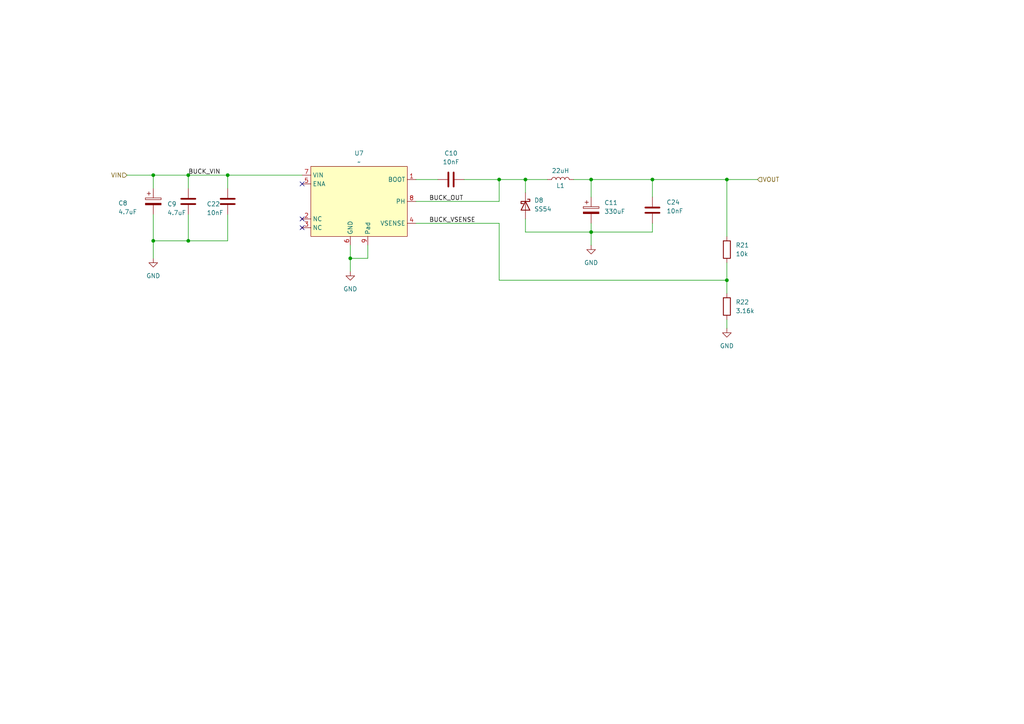
<source format=kicad_sch>
(kicad_sch (version 20231120) (generator "eeschema") (generator_version "8.0")
  (paper "A4")
  (lib_symbols
    (symbol "Device:C" (pin_numbers hide) (pin_names (offset 0.254))
      (property "Reference" "C" (at 0.635 2.54 0))
      (property "Value" "C" (at 0.635 -2.54 0))
      (symbol "C_0_1"
        (polyline (pts (xy -2.032 -0.762) (xy 2.032 -0.762)) (stroke (width 0.508)))
        (polyline (pts (xy -2.032 0.762) (xy 2.032 0.762)) (stroke (width 0.508)))
      )
      (symbol "C_1_1"
        (pin passive line (at 0 3.81 270) (length 2.794) (name "~") (number "1"))
        (pin passive line (at 0 -3.81 90) (length 2.794) (name "~") (number "2"))
      )
    )
    (symbol "Device:C_Polarized" (pin_numbers hide) (pin_names (offset 0.254))
      (property "Reference" "C" (at 0.635 2.54 0))
      (property "Value" "C_Polarized" (at 0.635 -2.54 0))
      (symbol "C_Polarized_0_1"
        (rectangle (start -2.286 0.508) (end 2.286 1.016))
        (polyline (pts (xy -1.778 2.286) (xy -0.762 2.286)))
        (polyline (pts (xy -1.27 2.794) (xy -1.27 1.778)))
        (rectangle (start 2.286 -0.508) (end -2.286 -1.016) (fill (type outline)))
      )
      (symbol "C_Polarized_1_1"
        (pin passive line (at 0 3.81 270) (length 2.794) (name "~") (number "1"))
        (pin passive line (at 0 -3.81 90) (length 2.794) (name "~") (number "2"))
      )
    )
    (symbol "Device:D_Schottky" (pin_numbers hide) (pin_names (offset 1.016) hide)
      (property "Reference" "D" (at 0 2.54 0))
      (property "Value" "D_Schottky" (at 0 -2.54 0))
      (symbol "D_Schottky_0_1"
        (polyline (pts (xy 1.27 0) (xy -1.27 0)))
        (polyline (pts (xy 1.27 1.27) (xy 1.27 -1.27) (xy -1.27 0) (xy 1.27 1.27)) (stroke (width 0.254)))
        (polyline (pts (xy -1.905 0.635) (xy -1.905 1.27) (xy -1.27 1.27) (xy -1.27 -1.27) (xy -0.635 -1.27) (xy -0.635 -0.635)) (stroke (width 0.254)))
      )
      (symbol "D_Schottky_1_1"
        (pin passive line (at -3.81 0 0) (length 2.54) (name "K") (number "1"))
        (pin passive line (at 3.81 0 180) (length 2.54) (name "A") (number "2"))
      )
    )
    (symbol "Device:L" (pin_numbers hide) (pin_names (offset 1.016) hide)
      (property "Reference" "L" (at -1.27 0 90))
      (property "Value" "L" (at 1.905 0 90))
      (symbol "L_0_1"
        (arc (start 0 -2.54) (mid 0.6323 -1.905) (end 0 -1.27))
        (arc (start 0 -1.27) (mid 0.6323 -0.635) (end 0 0))
        (arc (start 0 0) (mid 0.6323 0.635) (end 0 1.27))
        (arc (start 0 1.27) (mid 0.6323 1.905) (end 0 2.54))
      )
      (symbol "L_1_1"
        (pin passive line (at 0 3.81 270) (length 1.27) (name "1") (number "1"))
        (pin passive line (at 0 -3.81 90) (length 1.27) (name "2") (number "2"))
      )
    )
    (symbol "Device:R" (pin_numbers hide) (pin_names (offset 0))
      (property "Reference" "R" (at 2.032 0 90))
      (property "Value" "R" (at 0 0 90))
      (symbol "R_0_1"
        (rectangle (start -1.016 -2.54) (end 1.016 2.54) (stroke (width 0.254)))
      )
      (symbol "R_1_1"
        (pin passive line (at 0 3.81 270) (length 1.27) (name "~") (number "1"))
        (pin passive line (at 0 -3.81 90) (length 1.27) (name "~") (number "2"))
      )
    )
    (symbol "TPS5450DDA:TPS5450DDA"
      (property "Reference" "U" (at 0 0 0))
      (symbol "TPS5450DDA_1_1"
        (rectangle (start -13.97 10.16) (end 13.97 -10.16) (fill (type background)))
        (pin output line (at 16.51 6.35 180) (length 2.54) (name "BOOT") (number "1"))
        (pin no_connect line (at -16.51 -5.08 0) (length 2.54) (name "NC") (number "2"))
        (pin no_connect line (at -16.51 -7.62 0) (length 2.54) (name "NC") (number "3"))
        (pin input line (at 16.51 -6.35 180) (length 2.54) (name "VSENSE") (number "4"))
        (pin input line (at -16.51 5.08 0) (length 2.54) (name "ENA") (number "5"))
        (pin passive line (at -2.54 -12.7 90) (length 2.54) (name "GND") (number "6"))
        (pin power_in line (at -16.51 7.62 0) (length 2.54) (name "VIN") (number "7"))
        (pin power_out line (at 16.51 0 180) (length 2.54) (name "PH") (number "8"))
        (pin passive line (at 2.54 -12.7 90) (length 2.54) (name "Pad") (number "9"))
      )
    )
    (symbol "power:GND" (power) (pin_numbers hide) (pin_names (offset 0) hide)
      (property "Value" "GND" (at 0 -3.81 0))
      (symbol "GND_0_1"
        (polyline (pts (xy 0 0) (xy 0 -1.27) (xy 1.27 -1.27) (xy 0 -2.54) (xy -1.27 -1.27) (xy 0 -1.27)))
      )
      (symbol "GND_1_1"
        (pin power_in line (at 0 0 270) (length 0) (name "~") (number "1"))
      )
    )
  )
  (junction (at 144.78 52.07))
  (junction (at 171.45 52.07))
  (junction (at 210.82 81.28))
  (junction (at 44.45 69.85))
  (junction (at 171.45 67.31))
  (junction (at 101.6 74.93))
  (junction (at 54.61 50.8))
  (junction (at 66.04 50.8))
  (junction (at 44.45 50.8))
  (junction (at 189.23 52.07))
  (junction (at 54.61 69.85))
  (junction (at 152.4 52.07))
  (junction (at 210.82 52.07))
  (no_connect (at 87.63 53.34))
  (no_connect (at 87.63 63.5))
  (no_connect (at 87.63 66.04))
  (wire (pts (xy 171.45 64.77) (xy 171.45 67.31)))
  (wire (pts (xy 144.78 64.77) (xy 120.65 64.77)))
  (wire (pts (xy 189.23 52.07) (xy 210.82 52.07)))
  (wire (pts (xy 54.61 50.8) (xy 44.45 50.8)))
  (wire (pts (xy 101.6 71.12) (xy 101.6 74.93)))
  (wire (pts (xy 36.83 50.8) (xy 44.45 50.8)))
  (wire (pts (xy 152.4 52.07) (xy 152.4 55.88)))
  (wire (pts (xy 144.78 81.28) (xy 144.78 64.77)))
  (wire (pts (xy 189.23 67.31) (xy 189.23 64.77)))
  (wire (pts (xy 44.45 50.8) (xy 44.45 54.61)))
  (wire (pts (xy 166.37 52.07) (xy 171.45 52.07)))
  (wire (pts (xy 54.61 62.23) (xy 54.61 69.85)))
  (wire (pts (xy 210.82 92.71) (xy 210.82 95.25)))
  (wire (pts (xy 66.04 50.8) (xy 87.63 50.8)))
  (wire (pts (xy 171.45 67.31) (xy 189.23 67.31)))
  (wire (pts (xy 44.45 69.85) (xy 54.61 69.85)))
  (wire (pts (xy 66.04 50.8) (xy 66.04 54.61)))
  (wire (pts (xy 152.4 63.5) (xy 152.4 67.31)))
  (wire (pts (xy 120.65 58.42) (xy 144.78 58.42)))
  (wire (pts (xy 54.61 50.8) (xy 54.61 54.61)))
  (wire (pts (xy 189.23 52.07) (xy 189.23 57.15)))
  (wire (pts (xy 144.78 52.07) (xy 152.4 52.07)))
  (wire (pts (xy 152.4 67.31) (xy 171.45 67.31)))
  (wire (pts (xy 44.45 62.23) (xy 44.45 69.85)))
  (wire (pts (xy 144.78 52.07) (xy 134.62 52.07)))
  (wire (pts (xy 210.82 81.28) (xy 144.78 81.28)))
  (wire (pts (xy 120.65 52.07) (xy 127 52.07)))
  (wire (pts (xy 152.4 52.07) (xy 158.75 52.07)))
  (wire (pts (xy 171.45 67.31) (xy 171.45 71.12)))
  (wire (pts (xy 210.82 52.07) (xy 219.71 52.07)))
  (wire (pts (xy 101.6 78.74) (xy 101.6 74.93)))
  (wire (pts (xy 210.82 52.07) (xy 210.82 68.58)))
  (wire (pts (xy 66.04 62.23) (xy 66.04 69.85)))
  (wire (pts (xy 171.45 52.07) (xy 189.23 52.07)))
  (wire (pts (xy 144.78 58.42) (xy 144.78 52.07)))
  (wire (pts (xy 54.61 50.8) (xy 66.04 50.8)))
  (wire (pts (xy 44.45 69.85) (xy 44.45 74.93)))
  (wire (pts (xy 171.45 52.07) (xy 171.45 57.15)))
  (wire (pts (xy 66.04 69.85) (xy 54.61 69.85)))
  (wire (pts (xy 210.82 81.28) (xy 210.82 85.09)))
  (wire (pts (xy 106.68 74.93) (xy 106.68 71.12)))
  (wire (pts (xy 210.82 76.2) (xy 210.82 81.28)))
  (wire (pts (xy 101.6 74.93) (xy 106.68 74.93)))
  (label "BUCK_VSENSE" (at 124.46 64.77 0))
  (label "BUCK_OUT" (at 124.46 58.42 0))
  (label "BUCK_VIN" (at 54.61 50.8 0))
  (hierarchical_label "VOUT" (shape input) (at 219.71 52.07 0))
  (hierarchical_label "VIN" (shape input) (at 36.83 50.8 180))
  (symbol (lib_id "Device:C_Polarized") (at 44.45 58.42 0) (unit 1)
    (property "Reference" "C8" (at 34.29 58.928 0) (effects (justify left)))
    (property "Value" "4.7uF" (at 34.29 61.468 0) (effects (justify left)))
    (property "Footprint" "Capacitor_SMD:CP_Elec_4x5.4" (effects (hide yes)))
    (property "Description" "Polarized capacitor" (effects (hide yes)))
    (instances (project "int-brain" (path "" (reference "C8") (unit 1)) (path "" (reference "C15") (unit 1))))
  )
  (symbol (lib_id "power:GND") (at 210.82 95.25 0) (unit 1)
    (property "Reference" "#PWR051" (effects (hide yes)))
    (property "Value" "GND" (at 210.82 100.33 0))
    (property "Description" "Power symbol creates a global label with name \"GND\" , ground" (effects (hide yes)))
    (instances (project "" (path "" (reference "#PWR051") (unit 1)) (path "" (reference "#PWR052") (unit 1))))
  )
  (symbol (lib_id "Device:D_Schottky") (at 152.4 59.69 270) (unit 1)
    (property "Reference" "D8" (at 154.94 58.1024 90) (effects (justify left)))
    (property "Value" "SS54" (at 154.94 60.6424 90) (effects (justify left)))
    (property "Footprint" "Diode_SMD:D_SMA_Handsoldering" (effects (hide yes)))
    (property "Datasheet" "https://www.mouser.in/datasheet/2/80/20190806165140-2504996.pdf" (effects (hide yes)))
    (property "Description" "Schottky diode" (effects (hide yes)))
    (instances (project "" (path "" (reference "D8") (unit 1)) (path "" (reference "D9") (unit 1))))
  )
  (symbol (lib_id "Device:C_Polarized") (at 171.45 60.96 0) (unit 1)
    (property "Reference" "C11" (at 175.26 58.8009 0) (effects (justify left)))
    (property "Value" "330uF" (at 175.26 61.3409 0) (effects (justify left)))
    (property "Footprint" "Capacitor_SMD:CP_Elec_8x10.5" (effects (hide yes)))
    (property "Description" "Polarized capacitor" (effects (hide yes)))
    (instances (project "int-brain" (path "" (reference "C11") (unit 1)) (path "" (reference "C18") (unit 1))))
  )
  (symbol (lib_id "TPS5450DDA:TPS5450DDA") (at 104.14 58.42 0) (unit 1)
    (property "Reference" "U7" (at 104.14 44.45 0))
    (property "Value" "~" (at 104.14 46.99 0))
    (property "Footprint" "Package_SO:SOIC-8-1EP_3.9x4.9mm_P1.27mm_EP2.29x3mm_ThermalVias" (effects (hide yes)))
    (instances (project "" (path "" (reference "U7") (unit 1)) (path "" (reference "U10") (unit 1))))
  )
  (symbol (lib_id "power:GND") (at 44.45 74.93 0) (unit 1)
    (property "Reference" "#PWR039" (effects (hide yes)))
    (property "Value" "GND" (at 44.45 80.01 0))
    (property "Description" "Power symbol creates a global label with name \"GND\" , ground" (effects (hide yes)))
    (instances (project "int-brain" (path "" (reference "#PWR039") (unit 1)) (path "" (reference "#PWR043") (unit 1))))
  )
  (symbol (lib_id "Device:C") (at 54.61 58.42 0) (unit 1)
    (property "Reference" "C9" (at 48.514 59.182 0) (effects (justify left)))
    (property "Value" "4.7uF" (at 48.514 61.722 0) (effects (justify left)))
    (property "Footprint" "Capacitor_SMD:C_0603_1608Metric_Pad1.08x0.95mm_HandSolder" (effects (hide yes)))
    (property "Description" "Unpolarized capacitor" (effects (hide yes)))
    (instances (project "int-brain" (path "" (reference "C9") (unit 1)) (path "" (reference "C16") (unit 1))))
  )
  (symbol (lib_id "power:GND") (at 171.45 71.12 0) (unit 1)
    (property "Reference" "#PWR049" (effects (hide yes)))
    (property "Value" "GND" (at 171.45 76.2 0))
    (property "Description" "Power symbol creates a global label with name \"GND\" , ground" (effects (hide yes)))
    (instances (project "" (path "" (reference "#PWR049") (unit 1)) (path "" (reference "#PWR050") (unit 1))))
  )
  (symbol (lib_id "power:GND") (at 101.6 78.74 0) (unit 1)
    (property "Reference" "#PWR053" (effects (hide yes)))
    (property "Value" "GND" (at 101.6 83.82 0))
    (property "Description" "Power symbol creates a global label with name \"GND\" , ground" (effects (hide yes)))
    (instances (project "" (path "" (reference "#PWR053") (unit 1)) (path "" (reference "#PWR054") (unit 1))))
  )
  (symbol (lib_id "Device:R") (at 210.82 88.9 0) (unit 1)
    (property "Reference" "R22" (at 213.36 87.6299 0) (effects (justify left)))
    (property "Value" "3.16k" (at 213.36 90.1699 0) (effects (justify left)))
    (property "Footprint" "Resistor_SMD:R_1206_3216Metric_Pad1.30x1.75mm_HandSolder" (effects (hide yes)))
    (property "Description" "Resistor" (effects (hide yes)))
    (instances (project "int-brain" (path "" (reference "R22") (unit 1)) (path "" (reference "R26") (unit 1))))
  )
  (symbol (lib_id "Device:C") (at 130.81 52.07 90) (unit 1)
    (property "Reference" "C10" (at 130.81 44.45 90))
    (property "Value" "10nF" (at 130.81 46.99 90))
    (property "Footprint" "Capacitor_SMD:C_0805_2012Metric_Pad1.18x1.45mm_HandSolder" (effects (hide yes)))
    (property "Description" "Unpolarized capacitor" (effects (hide yes)))
    (instances (project "int-brain" (path "" (reference "C10") (unit 1)) (path "" (reference "C17") (unit 1))))
  )
  (symbol (lib_id "Device:R") (at 210.82 72.39 0) (unit 1)
    (property "Reference" "R21" (at 213.36 71.1199 0) (effects (justify left)))
    (property "Value" "10k" (at 213.36 73.6599 0) (effects (justify left)))
    (property "Footprint" "Resistor_SMD:R_1206_3216Metric_Pad1.30x1.75mm_HandSolder" (effects (hide yes)))
    (property "Description" "Resistor" (effects (hide yes)))
    (instances (project "int-brain" (path "" (reference "R21") (unit 1)) (path "" (reference "R25") (unit 1))))
  )
  (symbol (lib_id "Device:C") (at 189.23 60.96 0) (unit 1)
    (property "Reference" "C24" (at 193.294 58.674 0) (effects (justify left)))
    (property "Value" "10nF" (at 193.294 61.214 0) (effects (justify left)))
    (property "Footprint" "Capacitor_SMD:C_0603_1608Metric_Pad1.08x0.95mm_HandSolder" (effects (hide yes)))
    (property "Description" "Unpolarized capacitor" (effects (hide yes)))
    (instances (project "int-brain" (path "" (reference "C24") (unit 1)) (path "" (reference "C25") (unit 1))))
  )
  (symbol (lib_id "Device:L") (at 162.56 52.07 90) (unit 1)
    (property "Reference" "L1" (at 162.56 53.848 90))
    (property "Value" "22uH" (at 162.56 49.53 90))
    (property "Footprint" "Inductor_SMD:L_10.4x10.4_H4.8" (effects (hide yes)))
    (property "Description" "Inductor" (effects (hide yes)))
    (instances (project "int-brain" (path "" (reference "L1") (unit 1)) (path "" (reference "L2") (unit 1))))
  )
  (symbol (lib_id "Device:C") (at 66.04 58.42 0) (unit 1)
    (property "Reference" "C22" (at 59.944 59.182 0) (effects (justify left)))
    (property "Value" "10nF" (at 59.944 61.722 0) (effects (justify left)))
    (property "Footprint" "Capacitor_SMD:C_0603_1608Metric_Pad1.08x0.95mm_HandSolder" (effects (hide yes)))
    (property "Description" "Unpolarized capacitor" (effects (hide yes)))
    (instances (project "int-brain" (path "" (reference "C22") (unit 1)) (path "" (reference "C23") (unit 1))))
  )
)
</source>
